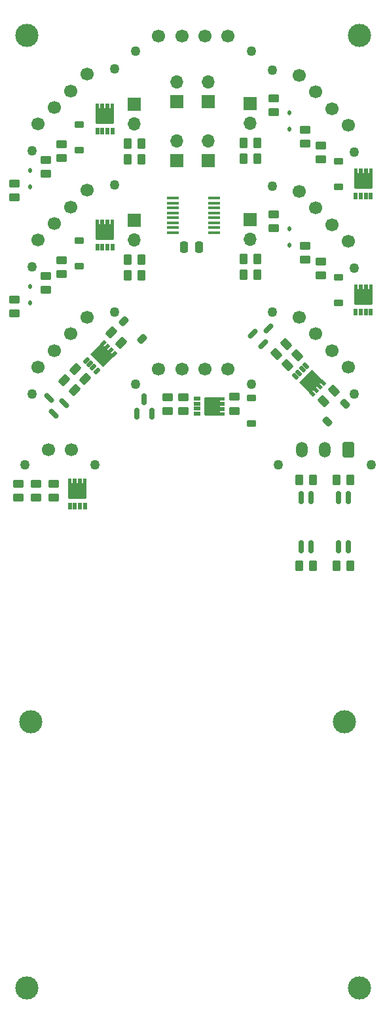
<source format=gbr>
%TF.GenerationSoftware,KiCad,Pcbnew,7.0.6*%
%TF.CreationDate,2024-02-09T06:01:19-06:00*%
%TF.ProjectId,BPS-LeaderDaughter,4250532d-4c65-4616-9465-724461756768,rev?*%
%TF.SameCoordinates,Original*%
%TF.FileFunction,Soldermask,Bot*%
%TF.FilePolarity,Negative*%
%FSLAX46Y46*%
G04 Gerber Fmt 4.6, Leading zero omitted, Abs format (unit mm)*
G04 Created by KiCad (PCBNEW 7.0.6) date 2024-02-09 06:01:19*
%MOMM*%
%LPD*%
G01*
G04 APERTURE LIST*
G04 Aperture macros list*
%AMRoundRect*
0 Rectangle with rounded corners*
0 $1 Rounding radius*
0 $2 $3 $4 $5 $6 $7 $8 $9 X,Y pos of 4 corners*
0 Add a 4 corners polygon primitive as box body*
4,1,4,$2,$3,$4,$5,$6,$7,$8,$9,$2,$3,0*
0 Add four circle primitives for the rounded corners*
1,1,$1+$1,$2,$3*
1,1,$1+$1,$4,$5*
1,1,$1+$1,$6,$7*
1,1,$1+$1,$8,$9*
0 Add four rect primitives between the rounded corners*
20,1,$1+$1,$2,$3,$4,$5,0*
20,1,$1+$1,$4,$5,$6,$7,0*
20,1,$1+$1,$6,$7,$8,$9,0*
20,1,$1+$1,$8,$9,$2,$3,0*%
%AMFreePoly0*
4,1,43,1.580355,1.210355,1.595000,1.175000,1.595000,0.775000,1.580355,0.739645,1.545000,0.724999,0.975001,0.725000,0.975001,0.575000,1.545000,0.574999,1.580355,0.560355,1.595000,0.525000,1.595000,0.125000,1.580355,0.089645,1.545000,0.075000,0.975000,0.075000,0.975000,-0.075000,1.545000,-0.075000,1.580355,-0.089645,1.595000,-0.125000,1.595000,-0.525000,1.580355,-0.560355,
1.545000,-0.574999,0.975001,-0.575000,0.975001,-0.725000,1.545000,-0.724999,1.580355,-0.739645,1.595000,-0.775000,1.595000,-1.175000,1.580355,-1.210355,1.545000,-1.225000,0.925000,-1.225000,0.889645,-1.210355,0.875000,-1.175000,-0.925000,-1.175000,-0.960355,-1.160354,-0.975000,-1.125000,-0.975000,1.125000,-0.960355,1.160354,-0.925000,1.175000,0.875000,1.175000,0.889645,1.210355,
0.925000,1.225000,1.545000,1.225000,1.580355,1.210355,1.580355,1.210355,$1*%
G04 Aperture macros list end*
%ADD10C,1.270000*%
%ADD11C,1.700000*%
%ADD12C,3.000000*%
%ADD13R,1.700000X1.700000*%
%ADD14O,1.700000X1.700000*%
%ADD15RoundRect,0.250001X0.499999X0.759999X-0.499999X0.759999X-0.499999X-0.759999X0.499999X-0.759999X0*%
%ADD16O,1.500000X2.020000*%
%ADD17RoundRect,0.225000X-0.375000X0.225000X-0.375000X-0.225000X0.375000X-0.225000X0.375000X0.225000X0*%
%ADD18RoundRect,0.250000X-0.132583X0.503814X-0.503814X0.132583X0.132583X-0.503814X0.503814X-0.132583X0*%
%ADD19RoundRect,0.050000X-0.152028X-0.434871X0.434871X0.152028X0.152028X0.434871X-0.434871X-0.152028X0*%
%ADD20FreePoly0,45.000000*%
%ADD21RoundRect,0.250000X-0.262500X-0.450000X0.262500X-0.450000X0.262500X0.450000X-0.262500X0.450000X0*%
%ADD22RoundRect,0.250000X-0.450000X0.262500X-0.450000X-0.262500X0.450000X-0.262500X0.450000X0.262500X0*%
%ADD23RoundRect,0.225000X-0.424264X-0.106066X-0.106066X-0.424264X0.424264X0.106066X0.106066X0.424264X0*%
%ADD24RoundRect,0.250000X0.262500X0.450000X-0.262500X0.450000X-0.262500X-0.450000X0.262500X-0.450000X0*%
%ADD25RoundRect,0.050000X-0.434871X0.152028X0.152028X-0.434871X0.434871X-0.152028X-0.152028X0.434871X0*%
%ADD26FreePoly0,315.000000*%
%ADD27RoundRect,0.250000X0.450000X-0.262500X0.450000X0.262500X-0.450000X0.262500X-0.450000X-0.262500X0*%
%ADD28RoundRect,0.250000X-0.503814X-0.132583X-0.132583X-0.503814X0.503814X0.132583X0.132583X0.503814X0*%
%ADD29R,1.600000X0.410000*%
%ADD30RoundRect,0.050000X0.200000X-0.415000X0.200000X0.415000X-0.200000X0.415000X-0.200000X-0.415000X0*%
%ADD31FreePoly0,90.000000*%
%ADD32RoundRect,0.150000X0.521491X-0.309359X-0.309359X0.521491X-0.521491X0.309359X0.309359X-0.521491X0*%
%ADD33RoundRect,0.150000X-0.150000X0.662500X-0.150000X-0.662500X0.150000X-0.662500X0.150000X0.662500X0*%
%ADD34RoundRect,0.250000X0.503814X0.132583X0.132583X0.503814X-0.503814X-0.132583X-0.132583X-0.503814X0*%
%ADD35RoundRect,0.250000X0.132583X-0.503814X0.503814X-0.132583X-0.132583X0.503814X-0.503814X0.132583X0*%
%ADD36RoundRect,0.112500X-0.112500X0.187500X-0.112500X-0.187500X0.112500X-0.187500X0.112500X0.187500X0*%
%ADD37RoundRect,0.225000X-0.106066X0.424264X-0.424264X0.106066X0.106066X-0.424264X0.424264X-0.106066X0*%
%ADD38RoundRect,0.150000X0.150000X-0.587500X0.150000X0.587500X-0.150000X0.587500X-0.150000X-0.587500X0*%
%ADD39RoundRect,0.250000X0.250000X0.475000X-0.250000X0.475000X-0.250000X-0.475000X0.250000X-0.475000X0*%
%ADD40RoundRect,0.150000X-0.309359X-0.521491X0.521491X0.309359X0.309359X0.521491X-0.521491X-0.309359X0*%
%ADD41RoundRect,0.050000X-0.415000X-0.200000X0.415000X-0.200000X0.415000X0.200000X-0.415000X0.200000X0*%
%ADD42FreePoly0,0.000000*%
G04 APERTURE END LIST*
D10*
%TO.C,J6*%
X172962281Y-75388322D03*
X162355679Y-64781720D03*
D11*
X172226890Y-71881072D03*
X170105570Y-69759752D03*
X167984249Y-67638431D03*
X165862929Y-65517111D03*
%TD*%
D12*
%TO.C,MH6*%
X131150000Y-117720000D03*
%TD*%
D13*
%TO.C,JP3*%
X150019000Y-45260200D03*
D14*
X150019000Y-42720200D03*
%TD*%
D10*
%TO.C,J7*%
X159646000Y-74146000D03*
X144646000Y-74146000D03*
D11*
X156646000Y-72186000D03*
X153646000Y-72186000D03*
X150646000Y-72186000D03*
X147646000Y-72186000D03*
%TD*%
D12*
%TO.C,MH4*%
X173600000Y-152100000D03*
%TD*%
D10*
%TO.C,J5*%
X141936322Y-64781720D03*
X131329720Y-75388322D03*
D11*
X138429072Y-65517111D03*
X136307752Y-67638431D03*
X134186431Y-69759752D03*
X132065111Y-71881072D03*
%TD*%
D13*
%TO.C,JP7*%
X144526000Y-52921321D03*
D14*
X144526000Y-55461321D03*
%TD*%
D13*
%TO.C,JP1*%
X150019000Y-37640200D03*
D14*
X150019000Y-35100200D03*
%TD*%
D13*
%TO.C,JP8*%
X159512000Y-52842818D03*
D14*
X159512000Y-55382818D03*
%TD*%
D10*
%TO.C,J11*%
X141936322Y-48361041D03*
X131329720Y-58967643D03*
D11*
X138429072Y-49096432D03*
X136307752Y-51217752D03*
X134186431Y-53339073D03*
X132065111Y-55460393D03*
%TD*%
D13*
%TO.C,JP5*%
X144526000Y-37935321D03*
D14*
X144526000Y-40475321D03*
%TD*%
D10*
%TO.C,J3*%
X139398000Y-84510000D03*
X130398000Y-84510000D03*
D11*
X136398000Y-82550000D03*
X133398000Y-82550000D03*
%TD*%
D10*
%TO.C,J10*%
X172962281Y-44146322D03*
X162355679Y-33539720D03*
D11*
X172226890Y-40639072D03*
X170105570Y-38517752D03*
X167984249Y-36396431D03*
X165862929Y-34275111D03*
%TD*%
D12*
%TO.C,MH2*%
X130600000Y-29100000D03*
%TD*%
D10*
%TO.C,J9*%
X141936322Y-33375041D03*
X131329720Y-43981643D03*
D11*
X138429072Y-34110432D03*
X136307752Y-36231752D03*
X134186431Y-38353073D03*
X132065111Y-40474393D03*
%TD*%
D12*
%TO.C,MH1*%
X173600000Y-29100000D03*
%TD*%
%TO.C,MH3*%
X130600000Y-152100000D03*
%TD*%
%TO.C,MH5*%
X171650000Y-117720000D03*
%TD*%
D10*
%TO.C,J12*%
X172962281Y-59132322D03*
X162355679Y-48525720D03*
D11*
X172226890Y-55625072D03*
X170105570Y-53503752D03*
X167984249Y-51382431D03*
X165862929Y-49261111D03*
%TD*%
D13*
%TO.C,JP2*%
X154083000Y-37640200D03*
D14*
X154083000Y-35100200D03*
%TD*%
D10*
%TO.C,J8*%
X175152250Y-84510000D03*
X163152250Y-84510000D03*
D15*
X172152250Y-82550000D03*
D16*
X169152250Y-82550000D03*
X166152250Y-82550000D03*
%TD*%
D13*
%TO.C,JP6*%
X159512000Y-37856818D03*
D14*
X159512000Y-40396818D03*
%TD*%
D13*
%TO.C,JP4*%
X154083000Y-45265200D03*
D14*
X154083000Y-42725200D03*
%TD*%
D10*
%TO.C,J4*%
X159646000Y-31093000D03*
X144646000Y-31093000D03*
D11*
X156646000Y-29133000D03*
X153646000Y-29133000D03*
X150646000Y-29133000D03*
X147646000Y-29133000D03*
%TD*%
D17*
%TO.C,D15*%
X137414000Y-55589321D03*
X137414000Y-58889321D03*
%TD*%
D18*
%TO.C,R11*%
X170287297Y-75000119D03*
X168996827Y-76290589D03*
%TD*%
D19*
%TO.C,Q2*%
X139665094Y-72414230D03*
X139205475Y-71954611D03*
X138745855Y-71494991D03*
X138286236Y-71035372D03*
D20*
X140347452Y-70353014D03*
%TD*%
D21*
%TO.C,R25*%
X158599500Y-42926000D03*
X160424500Y-42926000D03*
%TD*%
D22*
%TO.C,R33*%
X133096000Y-60136821D03*
X133096000Y-61961821D03*
%TD*%
D17*
%TO.C,D11*%
X137414000Y-40603321D03*
X137414000Y-43903321D03*
%TD*%
D22*
%TO.C,R39*%
X166624000Y-56237500D03*
X166624000Y-58062500D03*
%TD*%
D23*
%TO.C,D4*%
X143189315Y-65966831D03*
X145522767Y-68300283D03*
%TD*%
D22*
%TO.C,R15*%
X157480000Y-75763000D03*
X157480000Y-77588000D03*
%TD*%
D24*
%TO.C,R20*%
X145438500Y-43015321D03*
X143613500Y-43015321D03*
%TD*%
D22*
%TO.C,R29*%
X166624000Y-41251500D03*
X166624000Y-43076500D03*
%TD*%
D25*
%TO.C,Q3*%
X165329771Y-73117094D03*
X165789390Y-72657475D03*
X166249010Y-72197855D03*
X166708629Y-71738236D03*
D26*
X167390987Y-73799452D03*
%TD*%
D17*
%TO.C,D17*%
X170942000Y-60326000D03*
X170942000Y-63626000D03*
%TD*%
D27*
%TO.C,R27*%
X168656000Y-45108500D03*
X168656000Y-43283500D03*
%TD*%
D28*
%TO.C,R7*%
X141548119Y-67456704D03*
X142838589Y-68747174D03*
%TD*%
D21*
%TO.C,R35*%
X158599500Y-57912000D03*
X160424500Y-57912000D03*
%TD*%
D29*
%TO.C,IC1*%
X149491700Y-54546500D03*
X149491700Y-53911500D03*
X149491700Y-53276500D03*
X149491700Y-52641500D03*
X149491700Y-52006500D03*
X149491700Y-51371500D03*
X149491700Y-50736500D03*
X149491700Y-50101500D03*
X154800300Y-50101500D03*
X154800300Y-50736500D03*
X154800300Y-51371500D03*
X154800300Y-52006500D03*
X154800300Y-52641500D03*
X154800300Y-53276500D03*
X154800300Y-53911500D03*
X154800300Y-54546500D03*
%TD*%
D21*
%TO.C,R16*%
X170652750Y-97536000D03*
X172477750Y-97536000D03*
%TD*%
D30*
%TO.C,Q1*%
X138135000Y-89824000D03*
X137485000Y-89824000D03*
X136835000Y-89824000D03*
X136185000Y-89824000D03*
D31*
X137160000Y-87884000D03*
%TD*%
D22*
%TO.C,R14*%
X150876000Y-75795500D03*
X150876000Y-77620500D03*
%TD*%
D32*
%TO.C,D2*%
X135468770Y-76557522D03*
X134125267Y-77901025D03*
X133471193Y-75903448D03*
%TD*%
D30*
%TO.C,Q6*%
X175101000Y-49810818D03*
X174451000Y-49810818D03*
X173801000Y-49810818D03*
X173151000Y-49810818D03*
D31*
X174126000Y-47870818D03*
%TD*%
D30*
%TO.C,Q5*%
X141691000Y-41399321D03*
X141041000Y-41399321D03*
X140391000Y-41399321D03*
X139741000Y-41399321D03*
D31*
X140716000Y-39459321D03*
%TD*%
D17*
%TO.C,D13*%
X170942000Y-45340000D03*
X170942000Y-48640000D03*
%TD*%
D27*
%TO.C,R13*%
X148844000Y-77620500D03*
X148844000Y-75795500D03*
%TD*%
D33*
%TO.C,U2*%
X166104250Y-88760500D03*
X167374250Y-88760500D03*
X167374250Y-95135500D03*
X166104250Y-95135500D03*
%TD*%
D22*
%TO.C,R23*%
X133096000Y-45150821D03*
X133096000Y-46975821D03*
%TD*%
D34*
%TO.C,R5*%
X136754997Y-74876729D03*
X135464527Y-73586259D03*
%TD*%
D21*
%TO.C,R18*%
X165826750Y-97536000D03*
X167651750Y-97536000D03*
%TD*%
D35*
%TO.C,R9*%
X162867272Y-70206997D03*
X164157742Y-68916527D03*
%TD*%
D24*
%TO.C,R21*%
X145438500Y-45047321D03*
X143613500Y-45047321D03*
%TD*%
D33*
%TO.C,U1*%
X170930250Y-88760500D03*
X172200250Y-88760500D03*
X172200250Y-95135500D03*
X170930250Y-95135500D03*
%TD*%
D36*
%TO.C,D18*%
X164592000Y-54068000D03*
X164592000Y-56168000D03*
%TD*%
D24*
%TO.C,R30*%
X145438500Y-58001321D03*
X143613500Y-58001321D03*
%TD*%
D22*
%TO.C,R2*%
X129540000Y-86971500D03*
X129540000Y-88796500D03*
%TD*%
D36*
%TO.C,D14*%
X164592000Y-39082000D03*
X164592000Y-41182000D03*
%TD*%
D30*
%TO.C,Q8*%
X175101000Y-64796818D03*
X174451000Y-64796818D03*
X173801000Y-64796818D03*
X173151000Y-64796818D03*
D31*
X174126000Y-62856818D03*
%TD*%
D37*
%TO.C,D7*%
X171777170Y-76641315D03*
X169443718Y-78974767D03*
%TD*%
D22*
%TO.C,R34*%
X129032000Y-63184821D03*
X129032000Y-65009821D03*
%TD*%
D38*
%TO.C,D8*%
X146746000Y-77899500D03*
X144846000Y-77899500D03*
X145796000Y-76024500D03*
%TD*%
D24*
%TO.C,R17*%
X172477750Y-86487000D03*
X170652750Y-86487000D03*
%TD*%
D22*
%TO.C,R38*%
X162560000Y-52173500D03*
X162560000Y-53998500D03*
%TD*%
%TO.C,R24*%
X129032000Y-48198821D03*
X129032000Y-50023821D03*
%TD*%
%TO.C,R28*%
X162560000Y-37187500D03*
X162560000Y-39012500D03*
%TD*%
D39*
%TO.C,C1*%
X152842000Y-56388000D03*
X150942000Y-56388000D03*
%TD*%
D27*
%TO.C,R37*%
X168656000Y-60094500D03*
X168656000Y-58269500D03*
%TD*%
D30*
%TO.C,Q7*%
X141691000Y-56385321D03*
X141041000Y-56385321D03*
X140391000Y-56385321D03*
X139741000Y-56385321D03*
D31*
X140716000Y-54445321D03*
%TD*%
D21*
%TO.C,R26*%
X158599500Y-44958000D03*
X160424500Y-44958000D03*
%TD*%
D22*
%TO.C,R1*%
X131826000Y-86971500D03*
X131826000Y-88796500D03*
%TD*%
%TO.C,R32*%
X135128000Y-58104821D03*
X135128000Y-59929821D03*
%TD*%
%TO.C,R22*%
X135128000Y-43118821D03*
X135128000Y-44943821D03*
%TD*%
D21*
%TO.C,R19*%
X165826750Y-86487000D03*
X167651750Y-86487000D03*
%TD*%
%TO.C,R36*%
X158599500Y-59944000D03*
X160424500Y-59944000D03*
%TD*%
D40*
%TO.C,D5*%
X161186479Y-68920770D03*
X159842976Y-67577267D03*
X161840553Y-66923193D03*
%TD*%
D36*
%TO.C,D16*%
X131064000Y-61523321D03*
X131064000Y-63623321D03*
%TD*%
D28*
%TO.C,R6*%
X136901368Y-72149418D03*
X138191838Y-73439888D03*
%TD*%
D17*
%TO.C,D10*%
X159694000Y-75870000D03*
X159694000Y-79170000D03*
%TD*%
D41*
%TO.C,Q4*%
X152643000Y-77937000D03*
X152643000Y-77287000D03*
X152643000Y-76637000D03*
X152643000Y-75987000D03*
D42*
X154583000Y-76962000D03*
%TD*%
D36*
%TO.C,D12*%
X131064000Y-46537321D03*
X131064000Y-48637321D03*
%TD*%
D18*
%TO.C,R10*%
X165594583Y-70353368D03*
X164304113Y-71643838D03*
%TD*%
D22*
%TO.C,R3*%
X134112000Y-86971500D03*
X134112000Y-88796500D03*
%TD*%
D24*
%TO.C,R31*%
X145438500Y-60033321D03*
X143613500Y-60033321D03*
%TD*%
M02*

</source>
